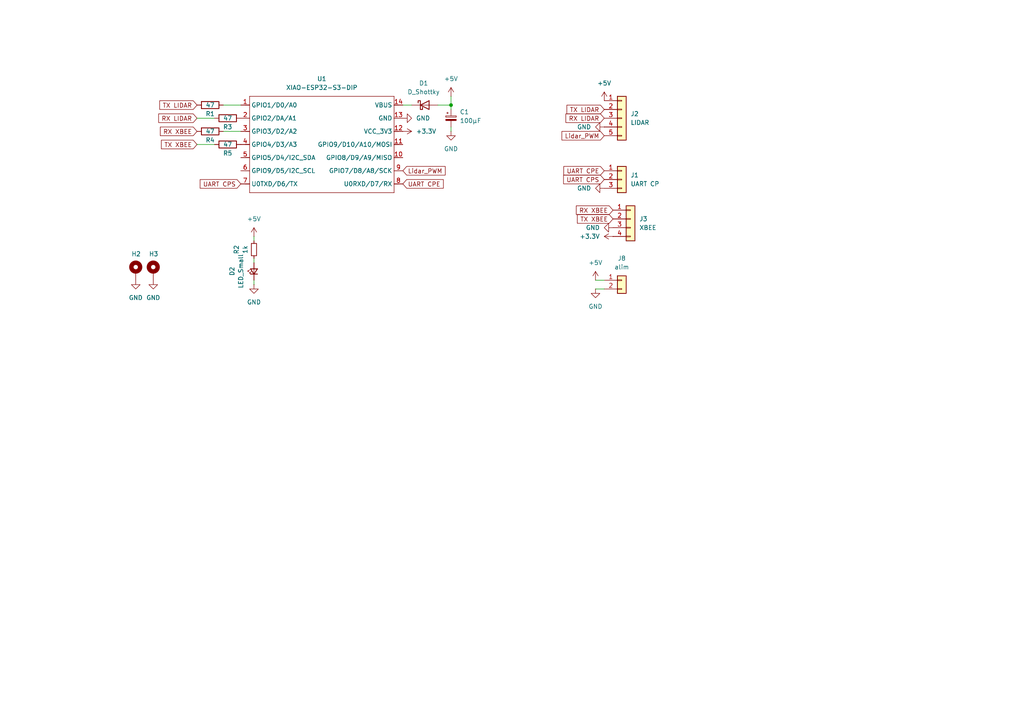
<source format=kicad_sch>
(kicad_sch (version 20250114) (generator "eeschema") (generator_version "9.0")
  (paper "A4")
  (lib_symbols
    (symbol "Connector_Generic:Conn_01x02" (pin_names (offset 1.016) (hide yes))
      (property "Reference" "J" (at 0 2.54 0))
      (property "Value" "Conn_01x02" (at 0 -5.08 0))
      (symbol "Conn_01x02_1_1"
        (rectangle (start -1.27 1.27) (end 1.27 -3.81) (stroke (width 0.254)) (fill (type background)))
        (rectangle (start -1.27 0.127) (end 0 -0.127) (stroke (width 0.1524)))
        (rectangle (start -1.27 -2.413) (end 0 -2.667) (stroke (width 0.1524)))
        (pin passive line (at -5.08 0 0) (length 3.81) (name "Pin_1") (number "1"))
        (pin passive line (at -5.08 -2.54 0) (length 3.81) (name "Pin_2") (number "2"))
      )
    )
    (symbol "Connector_Generic:Conn_01x03" (pin_names (offset 1.016) (hide yes))
      (property "Reference" "J" (at 0 5.08 0))
      (property "Value" "Conn_01x03" (at 0 -5.08 0))
      (symbol "Conn_01x03_1_1"
        (rectangle (start -1.27 3.81) (end 1.27 -3.81) (stroke (width 0.254)) (fill (type background)))
        (rectangle (start -1.27 2.667) (end 0 2.413) (stroke (width 0.1524)))
        (rectangle (start -1.27 0.127) (end 0 -0.127) (stroke (width 0.1524)))
        (rectangle (start -1.27 -2.413) (end 0 -2.667) (stroke (width 0.1524)))
        (pin passive line (at -5.08 2.54 0) (length 3.81) (name "Pin_1") (number "1"))
        (pin passive line (at -5.08 0 0) (length 3.81) (name "Pin_2") (number "2"))
        (pin passive line (at -5.08 -2.54 0) (length 3.81) (name "Pin_3") (number "3"))
      )
    )
    (symbol "Connector_Generic:Conn_01x04" (pin_names (offset 1.016) (hide yes))
      (property "Reference" "J" (at 0 5.08 0))
      (property "Value" "Conn_01x04" (at 0 -7.62 0))
      (symbol "Conn_01x04_1_1"
        (rectangle (start -1.27 3.81) (end 1.27 -6.35) (stroke (width 0.254)) (fill (type background)))
        (rectangle (start -1.27 2.667) (end 0 2.413) (stroke (width 0.1524)))
        (rectangle (start -1.27 0.127) (end 0 -0.127) (stroke (width 0.1524)))
        (rectangle (start -1.27 -2.413) (end 0 -2.667) (stroke (width 0.1524)))
        (rectangle (start -1.27 -4.953) (end 0 -5.207) (stroke (width 0.1524)))
        (pin passive line (at -5.08 2.54 0) (length 3.81) (name "Pin_1") (number "1"))
        (pin passive line (at -5.08 0 0) (length 3.81) (name "Pin_2") (number "2"))
        (pin passive line (at -5.08 -2.54 0) (length 3.81) (name "Pin_3") (number "3"))
        (pin passive line (at -5.08 -5.08 0) (length 3.81) (name "Pin_4") (number "4"))
      )
    )
    (symbol "Connector_Generic:Conn_01x05" (pin_names (offset 1.016) (hide yes))
      (property "Reference" "J" (at 0 7.62 0))
      (property "Value" "Conn_01x05" (at 0 -7.62 0))
      (symbol "Conn_01x05_1_1"
        (rectangle (start -1.27 6.35) (end 1.27 -6.35) (stroke (width 0.254)) (fill (type background)))
        (rectangle (start -1.27 5.207) (end 0 4.953) (stroke (width 0.1524)))
        (rectangle (start -1.27 2.667) (end 0 2.413) (stroke (width 0.1524)))
        (rectangle (start -1.27 0.127) (end 0 -0.127) (stroke (width 0.1524)))
        (rectangle (start -1.27 -2.413) (end 0 -2.667) (stroke (width 0.1524)))
        (rectangle (start -1.27 -4.953) (end 0 -5.207) (stroke (width 0.1524)))
        (pin passive line (at -5.08 5.08 0) (length 3.81) (name "Pin_1") (number "1"))
        (pin passive line (at -5.08 2.54 0) (length 3.81) (name "Pin_2") (number "2"))
        (pin passive line (at -5.08 0 0) (length 3.81) (name "Pin_3") (number "3"))
        (pin passive line (at -5.08 -2.54 0) (length 3.81) (name "Pin_4") (number "4"))
        (pin passive line (at -5.08 -5.08 0) (length 3.81) (name "Pin_5") (number "5"))
      )
    )
    (symbol "Device:C_Polarized_Small" (pin_numbers (hide yes)) (pin_names (offset 0.254) (hide yes))
      (property "Reference" "C" (at 0.254 1.778 0))
      (property "Value" "C_Polarized_Small" (at 0.254 -2.032 0))
      (symbol "C_Polarized_Small_0_1"
        (rectangle (start -1.524 0.6858) (end 1.524 0.3048))
        (rectangle (start -1.524 -0.3048) (end 1.524 -0.6858) (fill (type outline)))
        (polyline (pts (xy -1.27 1.524) (xy -0.762 1.524)))
        (polyline (pts (xy -1.016 1.27) (xy -1.016 1.778)))
      )
      (symbol "C_Polarized_Small_1_1"
        (pin passive line (at 0 2.54 270) (length 1.8542) (name "~") (number "1"))
        (pin passive line (at 0 -2.54 90) (length 1.8542) (name "~") (number "2"))
      )
    )
    (symbol "Device:LED_Small" (pin_numbers (hide yes)) (pin_names (offset 0.254) (hide yes))
      (property "Reference" "D" (at -1.27 3.175 0))
      (property "Value" "LED_Small" (at -4.445 -2.54 0))
      (symbol "LED_Small_0_1"
        (polyline (pts (xy -0.762 -1.016) (xy -0.762 1.016)) (stroke (width 0.254)))
        (polyline (pts (xy 0 0.762) (xy -0.508 1.27) (xy -0.254 1.27) (xy -0.508 1.27) (xy -0.508 1.016)))
        (polyline (pts (xy 0.508 1.27) (xy 0 1.778) (xy 0.254 1.778) (xy 0 1.778) (xy 0 1.524)))
        (polyline (pts (xy 0.762 -1.016) (xy -0.762 0) (xy 0.762 1.016) (xy 0.762 -1.016)) (stroke (width 0.254)))
        (polyline (pts (xy 1.016 0) (xy -0.762 0)))
      )
      (symbol "LED_Small_1_1"
        (pin passive line (at -2.54 0 0) (length 1.778) (name "K") (number "1"))
        (pin passive line (at 2.54 0 180) (length 1.778) (name "A") (number "2"))
      )
    )
    (symbol "Device:R" (pin_numbers (hide yes)) (pin_names (offset 0))
      (property "Reference" "R" (at 2.032 0 90))
      (property "Value" "R" (at 0 0 90))
      (symbol "R_0_1"
        (rectangle (start -1.016 -2.54) (end 1.016 2.54) (stroke (width 0.254)))
      )
      (symbol "R_1_1"
        (pin passive line (at 0 3.81 270) (length 1.27) (name "~") (number "1"))
        (pin passive line (at 0 -3.81 90) (length 1.27) (name "~") (number "2"))
      )
    )
    (symbol "Device:R_Small" (pin_numbers (hide yes)) (pin_names (offset 0.254) (hide yes))
      (property "Reference" "R" (at 0.762 0.508 0))
      (property "Value" "R_Small" (at 0.762 -1.016 0))
      (symbol "R_Small_0_1"
        (rectangle (start -0.762 1.778) (end 0.762 -1.778) (stroke (width 0.2032)))
      )
      (symbol "R_Small_1_1"
        (pin passive line (at 0 2.54 270) (length 0.762) (name "~") (number "1"))
        (pin passive line (at 0 -2.54 90) (length 0.762) (name "~") (number "2"))
      )
    )
    (symbol "Diode:SB120" (pin_numbers (hide yes)) (pin_names (offset 1.016) (hide yes))
      (property "Reference" "D" (at 0 2.54 0))
      (property "Value" "SB120" (at 0 -2.54 0))
      (symbol "SB120_0_1"
        (polyline (pts (xy -1.905 0.635) (xy -1.905 1.27) (xy -1.27 1.27) (xy -1.27 -1.27) (xy -0.635 -1.27) (xy -0.635 -0.635)) (stroke (width 0.254)))
        (polyline (pts (xy 1.27 1.27) (xy 1.27 -1.27) (xy -1.27 0) (xy 1.27 1.27)) (stroke (width 0.254)))
        (polyline (pts (xy 1.27 0) (xy -1.27 0)))
      )
      (symbol "SB120_1_1"
        (pin passive line (at -3.81 0 0) (length 2.54) (name "K") (number "1"))
        (pin passive line (at 3.81 0 180) (length 2.54) (name "A") (number "2"))
      )
    )
    (symbol "Mechanical:MountingHole_Pad" (pin_numbers (hide yes)) (pin_names (offset 1.016) (hide yes)) (exclude_from_sim yes) (in_bom no)
      (property "Reference" "H" (at 0 6.35 0))
      (property "Value" "MountingHole_Pad" (at 0 4.445 0))
      (symbol "MountingHole_Pad_0_1"
        (circle (center 0 1.27) (radius 1.27) (stroke (width 1.27)))
      )
      (symbol "MountingHole_Pad_1_1"
        (pin input line (at 0 -2.54 90) (length 2.54) (name "1") (number "1"))
      )
    )
    (symbol "Seeed_Studio_XIAO_Series:XIAO-ESP32-S3-DIP"
      (property "Reference" "U" (at 1.27 0.508 0))
      (property "Value" "XIAO-ESP32-S3-DIP" (at 9.652 -1.778 0))
      (symbol "XIAO-ESP32-S3-DIP_1_0"
        (polyline (pts (xy 0 -2.54) (xy 41.91 -2.54)) (stroke (width 0.1524)))
        (polyline (pts (xy 0 -5.08) (xy -1.27 -5.08)) (stroke (width 0.1524)))
        (polyline (pts (xy 0 -5.08) (xy 0 -2.54)) (stroke (width 0.1524)))
        (polyline (pts (xy 0 -8.89) (xy -1.27 -8.89)) (stroke (width 0.1524)))
        (polyline (pts (xy 0 -8.89) (xy 0 -5.08)) (stroke (width 0.1524)))
        (polyline (pts (xy 0 -12.7) (xy -1.27 -12.7)) (stroke (width 0.1524)))
        (polyline (pts (xy 0 -12.7) (xy 0 -8.89)) (stroke (width 0.1524)))
        (polyline (pts (xy 0 -16.51) (xy -1.27 -16.51)) (stroke (width 0.1524)))
        (polyline (pts (xy 0 -16.51) (xy 0 -12.7)) (stroke (width 0.1524)))
        (polyline (pts (xy 0 -20.32) (xy -1.27 -20.32)) (stroke (width 0.1524)))
        (polyline (pts (xy 0 -24.13) (xy -1.27 -24.13)) (stroke (width 0.1524)))
        (polyline (pts (xy 0 -27.94) (xy -1.27 -27.94)) (stroke (width 0.1524)))
        (polyline (pts (xy 0 -30.48) (xy 0 -16.51)) (stroke (width 0.1524)))
        (polyline (pts (xy 41.91 -2.54) (xy 41.91 -5.08)) (stroke (width 0.1524)))
        (polyline (pts (xy 41.91 -5.08) (xy 41.91 -8.89)) (stroke (width 0.1524)))
        (polyline (pts (xy 41.91 -8.89) (xy 41.91 -12.7)) (stroke (width 0.1524)))
        (polyline (pts (xy 41.91 -12.7) (xy 41.91 -30.48)) (stroke (width 0.1524)))
        (polyline (pts (xy 41.91 -30.48) (xy 0 -30.48)) (stroke (width 0.1524)))
        (polyline (pts (xy 43.18 -5.08) (xy 41.91 -5.08)) (stroke (width 0.1524)))
        (polyline (pts (xy 43.18 -8.89) (xy 41.91 -8.89)) (stroke (width 0.1524)))
        (polyline (pts (xy 43.18 -12.7) (xy 41.91 -12.7)) (stroke (width 0.1524)))
        (polyline (pts (xy 43.18 -16.51) (xy 41.91 -16.51)) (stroke (width 0.1524)))
        (polyline (pts (xy 43.18 -20.32) (xy 41.91 -20.32)) (stroke (width 0.1524)))
        (polyline (pts (xy 43.18 -24.13) (xy 41.91 -24.13)) (stroke (width 0.1524)))
        (polyline (pts (xy 43.18 -27.94) (xy 41.91 -27.94)) (stroke (width 0.1524)))
        (pin passive line (at -2.54 -5.08 0) (length 2.54) (name "GPIO1/D0/A0") (number "1"))
        (pin passive line (at -2.54 -8.89 0) (length 2.54) (name "GPIO2/DA/A1") (number "2"))
        (pin passive line (at -2.54 -12.7 0) (length 2.54) (name "GPIO3/D2/A2") (number "3"))
        (pin passive line (at -2.54 -16.51 0) (length 2.54) (name "GPIO4/D3/A3") (number "4"))
        (pin passive line (at -2.54 -20.32 0) (length 2.54) (name "GPIO5/D4/I2C_SDA") (number "5"))
        (pin passive line (at -2.54 -24.13 0) (length 2.54) (name "GPIO9/D5/I2C_SCL") (number "6"))
        (pin passive line (at -2.54 -27.94 0) (length 2.54) (name "U0TXD/D6/TX") (number "7"))
        (pin passive line (at 44.45 -5.08 180) (length 2.54) (name "VBUS") (number "14"))
        (pin passive line (at 44.45 -8.89 180) (length 2.54) (name "GND") (number "13"))
        (pin passive line (at 44.45 -12.7 180) (length 2.54) (name "VCC_3V3") (number "12"))
        (pin passive line (at 44.45 -16.51 180) (length 2.54) (name "GPIO9/D10/A10/MOSI") (number "11"))
        (pin passive line (at 44.45 -20.32 180) (length 2.54) (name "GPIO8/D9/A9/MISO") (number "10"))
        (pin passive line (at 44.45 -24.13 180) (length 2.54) (name "GPIO7/D8/A8/SCK") (number "9"))
        (pin passive line (at 44.45 -27.94 180) (length 2.54) (name "U0RXD/D7/RX") (number "8"))
      )
    )
    (symbol "power:+3.3V" (power) (pin_numbers (hide yes)) (pin_names (offset 0) (hide yes))
      (property "Value" "+3.3V" (at 0 3.556 0))
      (symbol "+3.3V_0_1"
        (polyline (pts (xy -0.762 1.27) (xy 0 2.54)))
        (polyline (pts (xy 0 2.54) (xy 0.762 1.27)))
        (polyline (pts (xy 0 0) (xy 0 2.54)))
      )
      (symbol "+3.3V_1_1"
        (pin power_in line (at 0 0 90) (length 0) (name "~") (number "1"))
      )
    )
    (symbol "power:+5V" (power) (pin_numbers (hide yes)) (pin_names (offset 0) (hide yes))
      (property "Value" "+5V" (at 0 3.556 0))
      (symbol "+5V_0_1"
        (polyline (pts (xy -0.762 1.27) (xy 0 2.54)))
        (polyline (pts (xy 0 2.54) (xy 0.762 1.27)))
        (polyline (pts (xy 0 0) (xy 0 2.54)))
      )
      (symbol "+5V_1_1"
        (pin power_in line (at 0 0 90) (length 0) (name "~") (number "1"))
      )
    )
    (symbol "power:GND" (power) (pin_numbers (hide yes)) (pin_names (offset 0) (hide yes))
      (property "Value" "GND" (at 0 -3.81 0))
      (symbol "GND_0_1"
        (polyline (pts (xy 0 0) (xy 0 -1.27) (xy 1.27 -1.27) (xy 0 -2.54) (xy -1.27 -1.27) (xy 0 -1.27)))
      )
      (symbol "GND_1_1"
        (pin power_in line (at 0 0 270) (length 0) (name "~") (number "1"))
      )
    )
  )
  (junction (at 130.81 30.48))
  (wire (pts (xy 73.66 74.93) (xy 73.66 76.2)))
  (wire (pts (xy 130.81 38.1) (xy 130.81 36.83)))
  (wire (pts (xy 172.72 83.82) (xy 175.26 83.82)))
  (wire (pts (xy 73.66 68.58) (xy 73.66 69.85)))
  (wire (pts (xy 64.77 38.1) (xy 69.85 38.1)))
  (wire (pts (xy 57.15 34.29) (xy 62.23 34.29)))
  (wire (pts (xy 172.72 81.28) (xy 175.26 81.28)))
  (wire (pts (xy 64.77 30.48) (xy 69.85 30.48)))
  (wire (pts (xy 130.81 30.48) (xy 130.81 31.75)))
  (wire (pts (xy 119.38 30.48) (xy 116.84 30.48)))
  (wire (pts (xy 127 30.48) (xy 130.81 30.48)))
  (wire (pts (xy 57.15 41.91) (xy 62.23 41.91)))
  (wire (pts (xy 130.81 30.48) (xy 130.81 27.94)))
  (wire (pts (xy 73.66 81.28) (xy 73.66 82.55)))
  (global_label "RX LIDAR" (shape input) (at 57.15 34.29 180) (property "Intersheetrefs" "${INTERSHEET_REFS}" (effects (hide yes))))
  (global_label "UART CPE" (shape input) (at 116.84 53.34 0) (property "Intersheetrefs" "${INTERSHEET_REFS}" (effects (hide yes))))
  (global_label "UART CPS" (shape input) (at 69.85 53.34 180) (property "Intersheetrefs" "${INTERSHEET_REFS}" (effects (hide yes))))
  (global_label "TX LIDAR" (shape input) (at 57.15 30.48 180) (property "Intersheetrefs" "${INTERSHEET_REFS}" (effects (hide yes))))
  (global_label "TX XBEE" (shape input) (at 57.15 41.91 180) (property "Intersheetrefs" "${INTERSHEET_REFS}" (effects (hide yes))))
  (global_label "RX LIDAR" (shape input) (at 175.26 34.29 180) (property "Intersheetrefs" "${INTERSHEET_REFS}" (effects (hide yes))))
  (global_label "Lidar_PWM" (shape input) (at 116.84 49.53 0) (property "Intersheetrefs" "${INTERSHEET_REFS}" (effects (hide yes))))
  (global_label "Lidar_PWM" (shape input) (at 175.26 39.37 180) (property "Intersheetrefs" "${INTERSHEET_REFS}" (effects (hide yes))))
  (global_label "UART CPS" (shape input) (at 175.26 52.07 180) (property "Intersheetrefs" "${INTERSHEET_REFS}" (effects (hide yes))))
  (global_label "TX LIDAR" (shape input) (at 175.26 31.75 180) (property "Intersheetrefs" "${INTERSHEET_REFS}" (effects (hide yes))))
  (global_label "RX XBEE" (shape input) (at 57.15 38.1 180) (property "Intersheetrefs" "${INTERSHEET_REFS}" (effects (hide yes))))
  (global_label "TX XBEE" (shape input) (at 177.8 63.5 180) (property "Intersheetrefs" "${INTERSHEET_REFS}" (effects (hide yes))))
  (global_label "RX XBEE" (shape input) (at 177.8 60.96 180) (property "Intersheetrefs" "${INTERSHEET_REFS}" (effects (hide yes))))
  (global_label "UART CPE" (shape input) (at 175.26 49.53 180) (property "Intersheetrefs" "${INTERSHEET_REFS}" (effects (hide yes))))
  (symbol (lib_id "Mechanical:MountingHole_Pad") (at 39.37 78.74 0) (unit 1)
    (property "Reference" "H2" (at 38.1 73.66 0) (effects (justify left)))
    (property "Value" "MountingHole_Pad" (effects (hide yes)))
    (property "Footprint" "MountingHole:MountingHole_3.2mm_M3_Pad_Via" (effects (hide yes)))
    (property "Description" "Mounting Hole with connection" (effects (hide yes)))
  )
  (symbol (lib_id "Connector_Generic:Conn_01x03") (at 180.34 52.07 0) (unit 1)
    (property "Reference" "J1" (at 182.88 50.7999 0) (effects (justify left)))
    (property "Value" "UART CP" (at 182.88 53.3399 0) (effects (justify left)))
    (property "Footprint" "Connector_Molex:Molex_KK-254_AE-6410-03A_1x03_P2.54mm_Vertical" (effects (hide yes)))
    (property "Description" "Generic connector, single row, 01x03, script generated (kicad-library-utils/schlib/autogen/connector/)" (effects (hide yes)))
  )
  (symbol (lib_id "power:+5V") (at 172.72 81.28 0) (unit 1)
    (property "Reference" "#PWR07" (effects (hide yes)))
    (property "Value" "+5V" (at 172.72 76.2 0))
    (property "Description" "Power symbol creates a global label with name \"+5V\"" (effects (hide yes)))
  )
  (symbol (lib_id "Device:R") (at 66.04 41.91 90) (unit 1)
    (property "Reference" "R5" (at 66.04 44.45 90))
    (property "Value" "47" (at 66.04 41.91 90))
    (property "Footprint" "Resistor_SMD:R_1206_3216Metric_Pad1.30x1.75mm_HandSolder" (effects (hide yes)))
    (property "Description" "Resistor" (effects (hide yes)))
  )
  (symbol (lib_id "Device:R_Small") (at 73.66 72.39 0) (unit 1)
    (property "Reference" "R2" (at 68.58 72.39 90))
    (property "Value" "1k" (at 71.12 72.39 90))
    (property "Footprint" "Resistor_SMD:R_1206_3216Metric_Pad1.30x1.75mm_HandSolder" (effects (hide yes)))
    (property "Description" "Resistor, small symbol" (effects (hide yes)))
  )
  (symbol (lib_id "power:GND") (at 172.72 83.82 0) (unit 1)
    (property "Reference" "#PWR08" (effects (hide yes)))
    (property "Value" "GND" (at 172.72 88.9 0))
    (property "Description" "Power symbol creates a global label with name \"GND\" , ground" (effects (hide yes)))
  )
  (symbol (lib_id "power:+3.3V") (at 177.8 68.58 90) (unit 1)
    (property "Reference" "#PWR09" (effects (hide yes)))
    (property "Value" "+3.3V" (at 173.99 68.5799 90) (effects (justify left)))
    (property "Description" "Power symbol creates a global label with name \"+3.3V\"" (effects (hide yes)))
  )
  (symbol (lib_id "Device:R") (at 66.04 34.29 90) (unit 1)
    (property "Reference" "R3" (at 66.04 36.83 90))
    (property "Value" "47" (at 66.04 34.29 90))
    (property "Footprint" "Resistor_SMD:R_1206_3216Metric_Pad1.30x1.75mm_HandSolder" (effects (hide yes)))
    (property "Description" "Resistor" (effects (hide yes)))
  )
  (symbol (lib_id "power:GND") (at 177.8 66.04 270) (unit 1)
    (property "Reference" "#PWR05" (effects (hide yes)))
    (property "Value" "GND" (at 173.99 66.0399 90) (effects (justify right)))
    (property "Description" "Power symbol creates a global label with name \"GND\" , ground" (effects (hide yes)))
  )
  (symbol (lib_id "power:GND") (at 73.66 82.55 0) (unit 1)
    (property "Reference" "#PWR033" (effects (hide yes)))
    (property "Value" "GND" (at 73.66 87.63 0))
    (property "Description" "Power symbol creates a global label with name \"GND\" , ground" (effects (hide yes)))
  )
  (symbol (lib_id "Mechanical:MountingHole_Pad") (at 44.45 78.74 0) (unit 1)
    (property "Reference" "H3" (at 43.18 73.66 0) (effects (justify left)))
    (property "Value" "MountingHole_Pad" (effects (hide yes)))
    (property "Footprint" "MountingHole:MountingHole_3.2mm_M3_Pad_Via" (effects (hide yes)))
    (property "Description" "Mounting Hole with connection" (effects (hide yes)))
  )
  (symbol (lib_id "Seeed_Studio_XIAO_Series:XIAO-ESP32-S3-DIP") (at 72.39 25.4 0) (unit 1)
    (property "Reference" "U1" (at 93.345 22.86 0))
    (property "Value" "XIAO-ESP32-S3-DIP" (at 93.345 25.4 0))
    (property "Footprint" "Seeed Studio XIAO Series Library:XIAO-ESP32S3-DIP" (effects (hide yes)))
  )
  (symbol (lib_id "power:+5V") (at 73.66 68.58 0) (unit 1)
    (property "Reference" "#PWR031" (effects (hide yes)))
    (property "Value" "+5V" (at 73.66 63.5 0))
    (property "Description" "Power symbol creates a global label with name \"+5V\"" (effects (hide yes)))
  )
  (symbol (lib_id "power:GND") (at 116.84 34.29 90) (unit 1)
    (property "Reference" "#PWR02" (effects (hide yes)))
    (property "Value" "GND" (at 120.65 34.2899 90) (effects (justify right)))
    (property "Description" "Power symbol creates a global label with name \"GND\" , ground" (effects (hide yes)))
  )
  (symbol (lib_id "Connector_Generic:Conn_01x05") (at 180.34 34.29 0) (unit 1)
    (property "Reference" "J2" (at 182.88 33.0199 0) (effects (justify left)))
    (property "Value" "LIDAR" (at 182.88 35.5599 0) (effects (justify left)))
    (property "Footprint" "Connector_JST:JST_XH_B5B-XH-A_1x05_P2.50mm_Vertical" (effects (hide yes)))
    (property "Description" "Generic connector, single row, 01x05, script generated (kicad-library-utils/schlib/autogen/connector/)" (effects (hide yes)))
  )
  (symbol (lib_id "power:+5V") (at 130.81 27.94 0) (unit 1)
    (property "Reference" "#PWR04" (effects (hide yes)))
    (property "Value" "+5V" (at 130.81 22.86 0))
    (property "Description" "Power symbol creates a global label with name \"+5V\"" (effects (hide yes)))
  )
  (symbol (lib_id "Device:R") (at 60.96 38.1 90) (unit 1)
    (property "Reference" "R4" (at 60.96 40.64 90))
    (property "Value" "47" (at 60.96 38.1 90))
    (property "Footprint" "Resistor_SMD:R_1206_3216Metric_Pad1.30x1.75mm_HandSolder" (effects (hide yes)))
    (property "Description" "Resistor" (effects (hide yes)))
  )
  (symbol (lib_id "Connector_Generic:Conn_01x04") (at 182.88 63.5 0) (unit 1)
    (property "Reference" "J3" (at 185.42 63.4999 0) (effects (justify left)))
    (property "Value" "XBEE" (at 185.42 66.0399 0) (effects (justify left)))
    (property "Footprint" "Connector_Molex:Molex_KK-254_AE-6410-04A_1x04_P2.54mm_Vertical" (effects (hide yes)))
    (property "Description" "Generic connector, single row, 01x04, script generated (kicad-library-utils/schlib/autogen/connector/)" (effects (hide yes)))
  )
  (symbol (lib_id "Device:C_Polarized_Small") (at 130.81 34.29 0) (unit 1)
    (property "Reference" "C1" (at 133.35 32.4738 0) (effects (justify left)))
    (property "Value" "100µF" (at 133.35 35.0138 0) (effects (justify left)))
    (property "Footprint" "Capacitor_THT:CP_Radial_D5.0mm_P2.00mm" (effects (hide yes)))
    (property "Description" "Polarized capacitor, small symbol" (effects (hide yes)))
  )
  (symbol (lib_id "Device:LED_Small") (at 73.66 78.74 90) (unit 1)
    (property "Reference" "D2" (at 67.31 78.6765 0))
    (property "Value" "LED_Small" (at 69.85 78.6765 0))
    (property "Footprint" "LED_SMD:LED_1206_3216Metric" (effects (hide yes)))
    (property "Description" "Light emitting diode, small symbol" (effects (hide yes)))
    (property "Sim.Pin" "1=K 2=A" (effects (hide yes)))
  )
  (symbol (lib_id "Diode:SB120") (at 123.19 30.48 0) (unit 1)
    (property "Reference" "D1" (at 122.8725 24.13 0))
    (property "Value" "D_Shottky" (at 122.8725 26.67 0))
    (property "Footprint" "Diode_THT:D_DO-41_SOD81_P10.16mm_Horizontal" (effects (hide yes)))
    (property "Datasheet" "http://www.diodes.com/_files/datasheets/ds23022.pdf" (effects (hide yes)))
    (property "Description" "20V 1A Schottky Barrier Rectifier Diode, DO-41" (effects (hide yes)))
  )
  (symbol (lib_id "power:+3.3V") (at 116.84 38.1 270) (unit 1)
    (property "Reference" "#PWR010" (effects (hide yes)))
    (property "Value" "+3.3V" (at 120.65 38.1 90) (effects (justify left)))
    (property "Description" "Power symbol creates a global label with name \"+3.3V\"" (effects (hide yes)))
  )
  (symbol (lib_id "power:GND") (at 39.37 81.28 0) (unit 1)
    (property "Reference" "#PWR028" (effects (hide yes)))
    (property "Value" "GND" (at 39.37 86.36 0))
    (property "Description" "Power symbol creates a global label with name \"GND\" , ground" (effects (hide yes)))
  )
  (symbol (lib_id "power:+5V") (at 175.26 29.21 0) (unit 1)
    (property "Reference" "#PWR06" (effects (hide yes)))
    (property "Value" "+5V" (at 175.26 24.13 0))
    (property "Description" "Power symbol creates a global label with name \"+5V\"" (effects (hide yes)))
  )
  (symbol (lib_id "power:GND") (at 44.45 81.28 0) (unit 1)
    (property "Reference" "#PWR029" (effects (hide yes)))
    (property "Value" "GND" (at 44.45 86.36 0))
    (property "Description" "Power symbol creates a global label with name \"GND\" , ground" (effects (hide yes)))
  )
  (symbol (lib_id "Connector_Generic:Conn_01x02") (at 180.34 81.28 0) (unit 1)
    (property "Reference" "J8" (at 180.34 74.93 0))
    (property "Value" "alim" (at 180.34 77.47 0))
    (property "Footprint" "Connector_Molex:Molex_KK-254_AE-6410-02A_1x02_P2.54mm_Vertical" (effects (hide yes)))
    (property "Description" "Generic connector, single row, 01x02, script generated (kicad-library-utils/schlib/autogen/connector/)" (effects (hide yes)))
  )
  (symbol (lib_id "power:GND") (at 175.26 36.83 270) (unit 1)
    (property "Reference" "#PWR046" (effects (hide yes)))
    (property "Value" "GND" (at 171.45 36.8299 90) (effects (justify right)))
    (property "Description" "Power symbol creates a global label with name \"GND\" , ground" (effects (hide yes)))
  )
  (symbol (lib_id "power:GND") (at 175.26 54.61 270) (unit 1)
    (property "Reference" "#PWR01" (effects (hide yes)))
    (property "Value" "GND" (at 171.45 54.6099 90) (effects (justify right)))
    (property "Description" "Power symbol creates a global label with name \"GND\" , ground" (effects (hide yes)))
  )
  (symbol (lib_id "Device:R") (at 60.96 30.48 90) (unit 1)
    (property "Reference" "R1" (at 60.96 33.02 90))
    (property "Value" "47" (at 60.96 30.48 90))
    (property "Footprint" "Resistor_SMD:R_1206_3216Metric_Pad1.30x1.75mm_HandSolder" (effects (hide yes)))
    (property "Description" "Resistor" (effects (hide yes)))
  )
  (symbol (lib_id "power:GND") (at 130.81 38.1 0) (unit 1)
    (property "Reference" "#PWR03" (effects (hide yes)))
    (property "Value" "GND" (at 130.81 43.18 0))
    (property "Description" "Power symbol creates a global label with name \"GND\" , ground" (effects (hide yes)))
  )
)
</source>
